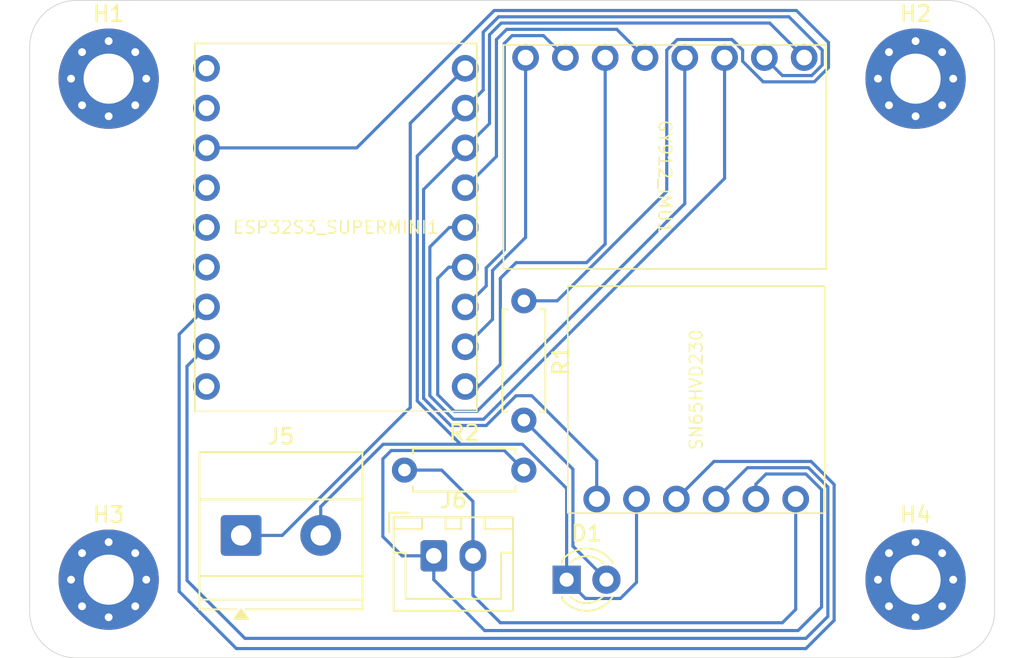
<source format=kicad_pcb>
(kicad_pcb (version 20241229) (generator "pcbnew") (generator_version "9.0")
  (layers (0 "F.Cu" signal) (2 "B.Cu" signal) (13 "F.Paste" user) (15 "B.Paste" user) (5 "F.SilkS" user "F.Silkscreen") (7 "B.SilkS" user "B.Silkscreen") (1 "F.Mask" user) (3 "B.Mask" user) (25 "Edge.Cuts" user))
  (net 0 "")
  (net 1 "Net-(D1-A)")
  (net 2 "GND")
  (net 3 "SPI_MISO")
  (net 4 "+3V3")
  (net 5 "CS_BARO")
  (net 6 "CS_ACCEL")
  (net 7 "SPI_MOSI")
  (net 8 "IMU_INT")
  (net 9 "SPI_SCK")
  (net 10 "+5V")
  (net 17 "BUS_CAN_L")
  (net 18 "BUS_CAN_H")
  (net 19 "CAN_TX")
  (net 20 "CAN_RX")
  (net 21 "Net-(ESP32S3_SUPERMINI1-GP1)")
  (footprint "TerminalBlock_Phoenix:TerminalBlock_Phoenix_MKDS-1,5-2-5.08_1x02_P5.08mm_Horizontal" (layer "F.Cu") (at 128.455 104.4225)
    (property "Reference" "J5" (at 2.54 -6.32 0) (layer "F.SilkS"))
    (property "Value" "Conn_01x02")
    (fp_line (start -2.66 -5.32) (end 7.74 -5.32) (stroke (width 0.12)) (layer "F.SilkS"))
    (fp_line (start -2.66 -2.3) (end 7.74 -2.3) (stroke (width 0.12)) (layer "F.SilkS"))
    (fp_line (start -2.66 2.6) (end 7.74 2.6) (stroke (width 0.12)) (layer "F.SilkS"))
    (fp_line (start -2.66 4.1) (end 7.74 4.1) (stroke (width 0.12)) (layer "F.SilkS"))
    (fp_line (start -2.66 4.72) (end -2.66 -5.32) (stroke (width 0.12)) (layer "F.SilkS"))
    (fp_line (start -0.3 4.72) (end -2.66 4.72) (stroke (width 0.12)) (layer "F.SilkS"))
    (fp_line (start 7.74 -5.32) (end 7.74 4.72) (stroke (width 0.12)) (layer "F.SilkS"))
    (fp_line (start 7.74 4.72) (end 0.3 4.72) (stroke (width 0.12)) (layer "F.SilkS"))
    (fp_poly (pts (xy 0 4.72) (xy 0.44 5.33) (xy -0.44 5.33)) (stroke (width 0.12)) (fill yes) (layer "F.SilkS"))
    (pad "1" thru_hole roundrect (at 0 0) (size 2.6 2.6) (drill 1.3) (layers "*.Cu" "*.Mask") (roundrect_rratio 0.096154) (net 10 "+5V"))
    (pad "2" thru_hole circle (at 5.08 0) (size 2.6 2.6) (drill 1.3) (layers "*.Cu" "*.Mask") (net 2 "GND"))
  )
  (footprint "MountingHole:MountingHole_3.2mm_M3_Pad_Via" (layer "F.Cu") (at 171.5 75.25)
    (property "Reference" "H2" (at 0 -4.15 0) (layer "F.SilkS"))
    (property "Value" "MountingHole_Pad")
    (pad "1" thru_hole circle (at -2.4 0) (size 0.8 0.8) (drill 0.5) (layers "*.Cu" "*.Mask") (net 2 "GND"))
    (pad "1" thru_hole circle (at -1.697056 -1.697056) (size 0.8 0.8) (drill 0.5) (layers "*.Cu" "*.Mask") (net 2 "GND"))
    (pad "1" thru_hole circle (at -1.697056 1.697056) (size 0.8 0.8) (drill 0.5) (layers "*.Cu" "*.Mask") (net 2 "GND"))
    (pad "1" thru_hole circle (at 0 -2.4) (size 0.8 0.8) (drill 0.5) (layers "*.Cu" "*.Mask") (net 2 "GND"))
    (pad "1" thru_hole circle (at 0 0) (size 6.4 6.4) (drill 3.2) (layers "*.Cu" "*.Mask") (net 2 "GND"))
    (pad "1" thru_hole circle (at 0 2.4) (size 0.8 0.8) (drill 0.5) (layers "*.Cu" "*.Mask") (net 2 "GND"))
    (pad "1" thru_hole circle (at 1.697056 -1.697056) (size 0.8 0.8) (drill 0.5) (layers "*.Cu" "*.Mask") (net 2 "GND"))
    (pad "1" thru_hole circle (at 1.697056 1.697056) (size 0.8 0.8) (drill 0.5) (layers "*.Cu" "*.Mask") (net 2 "GND"))
    (pad "1" thru_hole circle (at 2.4 0) (size 0.8 0.8) (drill 0.5) (layers "*.Cu" "*.Mask") (net 2 "GND"))
  )
  (footprint "LED_THT:LED_D3.0mm" (layer "F.Cu") (at 149.23 107.25)
    (property "Reference" "D1" (at 1.27 -2.96 0) (layer "F.SilkS"))
    (property "Value" "LED")
    (fp_line (start -0.29 -1.236) (end -0.29 -1.08) (stroke (width 0.12)) (layer "F.SilkS"))
    (fp_line (start -0.29 1.08) (end -0.29 1.236) (stroke (width 0.12)) (layer "F.SilkS"))
    (fp_arc (start -0.29 -1.235516) (mid 1.36566 -1.987699) (end 2.941437 -1.08) (stroke (width 0.12)) (layer "F.SilkS"))
    (fp_arc (start 0.229039 -1.08) (mid 1.27 -1.5) (end 2.310961 -1.08) (stroke (width 0.12)) (layer "F.SilkS"))
    (fp_arc (start 2.310961 1.08) (mid 1.27 1.5) (end 0.229039 1.08) (stroke (width 0.12)) (layer "F.SilkS"))
    (fp_arc (start 2.941437 1.08) (mid 1.36566 1.987699) (end -0.29 1.235516) (stroke (width 0.12)) (layer "F.SilkS"))
    (pad "1" thru_hole rect (at 0 0) (size 1.8 1.8) (drill 0.9) (layers "*.Cu" "*.Mask") (net 2 "GND"))
    (pad "2" thru_hole circle (at 2.54 0) (size 1.8 1.8) (drill 0.9) (layers "*.Cu" "*.Mask") (net 1 "Net-(D1-A)"))
  )
  (footprint "MountingHole:MountingHole_3.2mm_M3_Pad_Via" (layer "F.Cu") (at 120 75.25)
    (property "Reference" "H1" (at 0 -4.15 0) (layer "F.SilkS"))
    (property "Value" "MountingHole_Pad")
    (pad "1" thru_hole circle (at -2.4 0) (size 0.8 0.8) (drill 0.5) (layers "*.Cu" "*.Mask") (net 2 "GND"))
    (pad "1" thru_hole circle (at -1.697056 -1.697056) (size 0.8 0.8) (drill 0.5) (layers "*.Cu" "*.Mask") (net 2 "GND"))
    (pad "1" thru_hole circle (at -1.697056 1.697056) (size 0.8 0.8) (drill 0.5) (layers "*.Cu" "*.Mask") (net 2 "GND"))
    (pad "1" thru_hole circle (at 0 -2.4) (size 0.8 0.8) (drill 0.5) (layers "*.Cu" "*.Mask") (net 2 "GND"))
    (pad "1" thru_hole circle (at 0 0) (size 6.4 6.4) (drill 3.2) (layers "*.Cu" "*.Mask") (net 2 "GND"))
    (pad "1" thru_hole circle (at 0 2.4) (size 0.8 0.8) (drill 0.5) (layers "*.Cu" "*.Mask") (net 2 "GND"))
    (pad "1" thru_hole circle (at 1.697056 -1.697056) (size 0.8 0.8) (drill 0.5) (layers "*.Cu" "*.Mask") (net 2 "GND"))
    (pad "1" thru_hole circle (at 1.697056 1.697056) (size 0.8 0.8) (drill 0.5) (layers "*.Cu" "*.Mask") (net 2 "GND"))
    (pad "1" thru_hole circle (at 2.4 0) (size 0.8 0.8) (drill 0.5) (layers "*.Cu" "*.Mask") (net 2 "GND"))
  )
  (footprint "MountingHole:MountingHole_3.2mm_M3_Pad_Via" (layer "F.Cu") (at 120 107.25)
    (property "Reference" "H3" (at 0 -4.15 0) (layer "F.SilkS"))
    (property "Value" "MountingHole_Pad")
    (pad "1" thru_hole circle (at -2.4 0) (size 0.8 0.8) (drill 0.5) (layers "*.Cu" "*.Mask") (net 2 "GND"))
    (pad "1" thru_hole circle (at -1.697056 -1.697056) (size 0.8 0.8) (drill 0.5) (layers "*.Cu" "*.Mask") (net 2 "GND"))
    (pad "1" thru_hole circle (at -1.697056 1.697056) (size 0.8 0.8) (drill 0.5) (layers "*.Cu" "*.Mask") (net 2 "GND"))
    (pad "1" thru_hole circle (at 0 -2.4) (size 0.8 0.8) (drill 0.5) (layers "*.Cu" "*.Mask") (net 2 "GND"))
    (pad "1" thru_hole circle (at 0 0) (size 6.4 6.4) (drill 3.2) (layers "*.Cu" "*.Mask") (net 2 "GND"))
    (pad "1" thru_hole circle (at 0 2.4) (size 0.8 0.8) (drill 0.5) (layers "*.Cu" "*.Mask") (net 2 "GND"))
    (pad "1" thru_hole circle (at 1.697056 -1.697056) (size 0.8 0.8) (drill 0.5) (layers "*.Cu" "*.Mask") (net 2 "GND"))
    (pad "1" thru_hole circle (at 1.697056 1.697056) (size 0.8 0.8) (drill 0.5) (layers "*.Cu" "*.Mask") (net 2 "GND"))
    (pad "1" thru_hole circle (at 2.4 0) (size 0.8 0.8) (drill 0.5) (layers "*.Cu" "*.Mask") (net 2 "GND"))
  )
  (footprint "MountingHole:MountingHole_3.2mm_M3_Pad_Via" (layer "F.Cu") (at 171.5 107.25)
    (property "Reference" "H4" (at 0 -4.15 0) (layer "F.SilkS"))
    (property "Value" "MountingHole_Pad")
    (pad "1" thru_hole circle (at -2.4 0) (size 0.8 0.8) (drill 0.5) (layers "*.Cu" "*.Mask") (net 2 "GND"))
    (pad "1" thru_hole circle (at -1.697056 -1.697056) (size 0.8 0.8) (drill 0.5) (layers "*.Cu" "*.Mask") (net 2 "GND"))
    (pad "1" thru_hole circle (at -1.697056 1.697056) (size 0.8 0.8) (drill 0.5) (layers "*.Cu" "*.Mask") (net 2 "GND"))
    (pad "1" thru_hole circle (at 0 -2.4) (size 0.8 0.8) (drill 0.5) (layers "*.Cu" "*.Mask") (net 2 "GND"))
    (pad "1" thru_hole circle (at 0 0) (size 6.4 6.4) (drill 3.2) (layers "*.Cu" "*.Mask") (net 2 "GND"))
    (pad "1" thru_hole circle (at 0 2.4) (size 0.8 0.8) (drill 0.5) (layers "*.Cu" "*.Mask") (net 2 "GND"))
    (pad "1" thru_hole circle (at 1.697056 -1.697056) (size 0.8 0.8) (drill 0.5) (layers "*.Cu" "*.Mask") (net 2 "GND"))
    (pad "1" thru_hole circle (at 1.697056 1.697056) (size 0.8 0.8) (drill 0.5) (layers "*.Cu" "*.Mask") (net 2 "GND"))
    (pad "1" thru_hole circle (at 2.4 0) (size 0.8 0.8) (drill 0.5) (layers "*.Cu" "*.Mask") (net 2 "GND"))
  )
  (footprint "Resistor_THT:R_Axial_DIN0207_L6.3mm_D2.5mm_P7.62mm_Horizontal" (layer "F.Cu") (at 146.5 89.44 -90)
    (property "Reference" "R1" (at 3.81 -2.37 90) (layer "F.SilkS"))
    (property "Value" "330")
    (fp_line (start 0.54 1.37) (end 7.08 1.37) (stroke (width 0.12)) (layer "F.SilkS"))
    (fp_line (start 7.08 1.37) (end 7.08 1.04) (stroke (width 0.12)) (layer "F.SilkS"))
    (fp_line (start 0.54 1.04) (end 0.54 1.37) (stroke (width 0.12)) (layer "F.SilkS"))
    (fp_line (start 0.54 -1.04) (end 0.54 -1.37) (stroke (width 0.12)) (layer "F.SilkS"))
    (fp_line (start 0.54 -1.37) (end 7.08 -1.37) (stroke (width 0.12)) (layer "F.SilkS"))
    (fp_line (start 7.08 -1.37) (end 7.08 -1.04) (stroke (width 0.12)) (layer "F.SilkS"))
    (pad "1" thru_hole circle (at 0 0 270) (size 1.6 1.6) (drill 0.8) (layers "*.Cu" "*.Mask") (net 21 "Net-(ESP32S3_SUPERMINI1-GP1)"))
    (pad "2" thru_hole circle (at 7.62 0 270) (size 1.6 1.6) (drill 0.8) (layers "*.Cu" "*.Mask") (net 1 "Net-(D1-A)"))
  )
  (footprint "My_Parts:GY-912_IMU_Footprint" (layer "F.Cu") (at 155.5 80.25 -90)
    (property "Reference" "GY912_IMU1" (at 1.27 0 270) (layer "F.SilkS") (effects (font (size 0.8 0.8) (thickness 0.1))))
    (property "Value" "~" (hide yes))
    (fp_rect (start -7.15 -10.3) (end 7.15 10.3) (stroke (width 0.1)) (fill no) (layer "F.SilkS"))
    (pad "1" thru_hole circle (at -6.35 -8.89 270) (size 1.7 1.7) (drill 1) (layers "*.Cu" "*.Mask") (net 4 "+3V3"))
    (pad "2" thru_hole circle (at -6.35 -6.35 270) (size 1.7 1.7) (drill 1) (layers "*.Cu" "*.Mask") (net 2 "GND"))
    (pad "3" thru_hole circle (at -6.35 -3.81 270) (size 1.7 1.7) (drill 1) (layers "*.Cu" "*.Mask") (net 9 "SPI_SCK"))
    (pad "4" thru_hole circle (at -6.35 -1.27 270) (size 1.7 1.7) (drill 1) (layers "*.Cu" "*.Mask") (net 7 "SPI_MOSI"))
    (pad "5" thru_hole circle (at -6.35 1.27 270) (size 1.7 1.7) (drill 1) (layers "*.Cu" "*.Mask") (net 3 "SPI_MISO"))
    (pad "6" thru_hole circle (at -6.35 3.81 270) (size 1.7 1.7) (drill 1) (layers "*.Cu" "*.Mask") (net 8 "IMU_INT"))
    (pad "7" thru_hole circle (at -6.35 6.35 270) (size 1.7 1.7) (drill 1) (layers "*.Cu" "*.Mask") (net 6 "CS_ACCEL"))
    (pad "8" thru_hole circle (at -6.35 8.89 270) (size 1.7 1.7) (drill 1) (layers "*.Cu" "*.Mask") (net 5 "CS_BARO"))
  )
  (footprint "Resistor_THT:R_Axial_DIN0207_L6.3mm_D2.5mm_P7.62mm_Horizontal" (layer "F.Cu") (at 138.88 100.25)
    (property "Reference" "R2" (at 3.81 -2.37 0) (layer "F.SilkS"))
    (property "Value" "120")
    (fp_line (start 0.54 -1.37) (end 7.08 -1.37) (stroke (width 0.12)) (layer "F.SilkS"))
    (fp_line (start 0.54 -1.04) (end 0.54 -1.37) (stroke (width 0.12)) (layer "F.SilkS"))
    (fp_line (start 0.54 1.04) (end 0.54 1.37) (stroke (width 0.12)) (layer "F.SilkS"))
    (fp_line (start 0.54 1.37) (end 7.08 1.37) (stroke (width 0.12)) (layer "F.SilkS"))
    (fp_line (start 7.08 -1.37) (end 7.08 -1.04) (stroke (width 0.12)) (layer "F.SilkS"))
    (fp_line (start 7.08 1.37) (end 7.08 1.04) (stroke (width 0.12)) (layer "F.SilkS"))
    (pad "1" thru_hole circle (at 0 0) (size 1.6 1.6) (drill 0.8) (layers "*.Cu" "*.Mask") (net 17 "BUS_CAN_L"))
    (pad "2" thru_hole circle (at 7.62 0) (size 1.6 1.6) (drill 0.8) (layers "*.Cu" "*.Mask") (net 18 "BUS_CAN_H"))
  )
  (footprint "Connector_JST:JST_XH_B2B-XH-A_1x02_P2.50mm_Vertical" (layer "F.Cu") (at 140.75 105.725)
    (property "Reference" "J6" (at 1.25 -3.55 0) (layer "F.SilkS"))
    (property "Value" "Conn_01x02")
    (fp_line (start -2.85 -2.75) (end -2.85 -1.5) (stroke (width 0.12)) (layer "F.SilkS"))
    (fp_line (start -2.56 -2.46) (end -2.56 3.51) (stroke (width 0.12)) (layer "F.SilkS"))
    (fp_line (start -2.56 3.51) (end 5.06 3.51) (stroke (width 0.12)) (layer "F.SilkS"))
    (fp_line (start -2.55 -2.45) (end -2.55 -1.7) (stroke (width 0.12)) (layer "F.SilkS"))
    (fp_line (start -2.55 -1.7) (end -0.75 -1.7) (stroke (width 0.12)) (layer "F.SilkS"))
    (fp_line (start -2.55 -0.2) (end -1.8 -0.2) (stroke (width 0.12)) (layer "F.SilkS"))
    (fp_line (start -1.8 -0.2) (end -1.8 2.75) (stroke (width 0.12)) (layer "F.SilkS"))
    (fp_line (start -1.8 2.75) (end 1.25 2.75) (stroke (width 0.12)) (layer "F.SilkS"))
    (fp_line (start -1.6 -2.75) (end -2.85 -2.75) (stroke (width 0.12)) (layer "F.SilkS"))
    (fp_line (start -0.75 -2.45) (end -2.55 -2.45) (stroke (width 0.12)) (layer "F.SilkS"))
    (fp_line (start -0.75 -1.7) (end -0.75 -2.45) (stroke (width 0.12)) (layer "F.SilkS"))
    (fp_line (start 0.75 -2.45) (end 0.75 -1.7) (stroke (width 0.12)) (layer "F.SilkS"))
    (fp_line (start 0.75 -1.7) (end 1.75 -1.7) (stroke (width 0.12)) (layer "F.SilkS"))
    (fp_line (start 1.75 -2.45) (end 0.75 -2.45) (stroke (width 0.12)) (layer "F.SilkS"))
    (fp_line (start 1.75 -1.7) (end 1.75 -2.45) (stroke (width 0.12)) (layer "F.SilkS"))
    (fp_line (start 3.25 -2.45) (end 3.25 -1.7) (stroke (width 0.12)) (layer "F.SilkS"))
    (fp_line (start 3.25 -1.7) (end 5.05 -1.7) (stroke (width 0.12)) (layer "F.SilkS"))
    (fp_line (start 4.3 -0.2) (end 4.3 2.75) (stroke (width 0.12)) (layer "F.SilkS"))
    (fp_line (start 4.3 2.75) (end 1.25 2.75) (stroke (width 0.12)) (layer "F.SilkS"))
    (fp_line (start 5.05 -2.45) (end 3.25 -2.45) (stroke (width 0.12)) (layer "F.SilkS"))
    (fp_line (start 5.05 -1.7) (end 5.05 -2.45) (stroke (width 0.12)) (layer "F.SilkS"))
    (fp_line (start 5.05 -0.2) (end 4.3 -0.2) (stroke (width 0.12)) (layer "F.SilkS"))
    (fp_line (start 5.06 -2.46) (end -2.56 -2.46) (stroke (width 0.12)) (layer "F.SilkS"))
    (fp_line (start 5.06 3.51) (end 5.06 -2.46) (stroke (width 0.12)) (layer "F.SilkS"))
    (pad "1" thru_hole roundrect (at 0 0) (size 1.7 2) (drill 1) (layers "*.Cu" "*.Mask") (roundrect_rratio 0.147059) (net 18 "BUS_CAN_H"))
    (pad "2" thru_hole oval (at 2.5 0) (size 1.7 2) (drill 1) (layers "*.Cu" "*.Mask") (net 17 "BUS_CAN_L"))
  )
  (footprint "My_Parts:SN65HVD230_Module_Footprint" (layer "F.Cu") (at 157.5 95.75 90)
    (property "Reference" "SN65HVD230" (at 0.635 0 90) (layer "F.SilkS") (effects (font (size 0.8 0.8) (thickness 0.1))))
    (property "Value" "~" (hide yes))
    (fp_rect (start -7.25 -8.2) (end 7.25 8.2) (stroke (width 0.1)) (fill no) (layer "F.SilkS"))
    (pad "1" thru_hole circle (at -6.35 -6.35 90) (size 1.7 1.7) (drill 1) (layers "*.Cu" "*.Mask") (net 4 "+3V3"))
    (pad "2" thru_hole circle (at -6.35 -3.81 90) (size 1.7 1.7) (drill 1) (layers "*.Cu" "*.Mask") (net 2 "GND"))
    (pad "3" thru_hole circle (at -6.35 -1.27 90) (size 1.7 1.7) (drill 1) (layers "*.Cu" "*.Mask") (net 19 "CAN_TX"))
    (pad "4" thru_hole circle (at -6.35 1.27 90) (size 1.7 1.7) (drill 1) (layers "*.Cu" "*.Mask") (net 20 "CAN_RX"))
    (pad "5" thru_hole circle (at -6.35 3.81 90) (size 1.7 1.7) (drill 1) (layers "*.Cu" "*.Mask") (net 18 "BUS_CAN_H"))
    (pad "6" thru_hole circle (at -6.35 6.35 90) (size 1.7 1.7) (drill 1) (layers "*.Cu" "*.Mask") (net 17 "BUS_CAN_L"))
  )
  (footprint "My_Parts:ESP32_S3_SuperMini_Footprint" (layer "F.Cu") (at 134.5 84.75)
    (property "Reference" "ESP32S3_SUPERMINI1" (at 0 0 0) (layer "F.SilkS") (effects (font (size 0.8 0.8) (thickness 0.1))))
    (property "Value" "~" (hide yes))
    (fp_rect (start -9 -11.75) (end 9 11.75) (stroke (width 0.1)) (fill no) (layer "F.SilkS"))
    (pad "1" thru_hole circle (at -8.255 -10.16) (size 1.7 1.7) (drill 1) (layers "*.Cu" "*.Mask"))
    (pad "2" thru_hole circle (at -8.255 -7.62) (size 1.7 1.7) (drill 1) (layers "*.Cu" "*.Mask"))
    (pad "3" thru_hole circle (at -8.255 -5.08) (size 1.7 1.7) (drill 1) (layers "*.Cu" "*.Mask") (net 21 "Net-(ESP32S3_SUPERMINI1-GP1)"))
    (pad "4" thru_hole circle (at -8.255 -2.54) (size 1.7 1.7) (drill 1) (layers "*.Cu" "*.Mask"))
    (pad "5" thru_hole circle (at -8.255 0) (size 1.7 1.7) (drill 1) (layers "*.Cu" "*.Mask"))
    (pad "6" thru_hole circle (at -8.255 2.54) (size 1.7 1.7) (drill 1) (layers "*.Cu" "*.Mask"))
    (pad "7" thru_hole circle (at -8.255 5.08) (size 1.7 1.7) (drill 1) (layers "*.Cu" "*.Mask") (net 19 "CAN_TX"))
    (pad "8" thru_hole circle (at -8.255 7.62) (size 1.7 1.7) (drill 1) (layers "*.Cu" "*.Mask") (net 20 "CAN_RX"))
    (pad "9" thru_hole circle (at -8.255 10.16) (size 1.7 1.7) (drill 1) (layers "*.Cu" "*.Mask"))
    (pad "10" thru_hole circle (at 8.255 10.16) (size 1.7 1.7) (drill 1) (layers "*.Cu" "*.Mask") (net 8 "IMU_INT"))
    (pad "11" thru_hole circle (at 8.255 7.62) (size 1.7 1.7) (drill 1) (layers "*.Cu" "*.Mask") (net 5 "CS_BARO"))
    (pad "12" thru_hole circle (at 8.255 5.08) (size 1.7 1.7) (drill 1) (layers "*.Cu" "*.Mask") (net 6 "CS_ACCEL"))
    (pad "13" thru_hole circle (at 8.255 2.54) (size 1.7 1.7) (drill 1) (layers "*.Cu" "*.Mask") (net 7 "SPI_MOSI"))
    (pad "14" thru_hole circle (at 8.255 0) (size 1.7 1.7) (drill 1) (layers "*.Cu" "*.Mask") (net 9 "SPI_SCK"))
    (pad "15" thru_hole circle (at 8.255 -2.54) (size 1.7 1.7) (drill 1) (layers "*.Cu" "*.Mask") (net 3 "SPI_MISO"))
    (pad "16" thru_hole circle (at 8.255 -5.08) (size 1.7 1.7) (drill 1) (layers "*.Cu" "*.Mask") (net 4 "+3V3"))
    (pad "17" thru_hole circle (at 8.255 -7.62) (size 1.7 1.7) (drill 1) (layers "*.Cu" "*.Mask") (net 2 "GND"))
    (pad "18" thru_hole circle (at 8.255 -10.16) (size 1.7 1.7) (drill 1) (layers "*.Cu" "*.Mask") (net 10 "+5V"))
  )
  (gr_arc (start 117.956335 112.25) (mid 115.835015 111.37132) (end 114.956335 109.25) (stroke (width 0.05)) (layer "Edge.Cuts"))
  (gr_arc (start 114.956335 73.25) (mid 115.835015 71.12868) (end 117.956335 70.25) (stroke (width 0.05)) (layer "Edge.Cuts"))
  (gr_arc (start 176.543665 109.25) (mid 175.664983 111.371308) (end 173.543665 112.25) (stroke (width 0.05)) (layer "Edge.Cuts"))
  (gr_line (start 117.956335 70.25) (end 173.543665 70.25) (stroke (width 0.05)) (layer "Edge.Cuts"))
  (gr_arc (start 173.543665 70.25) (mid 175.664985 71.12868) (end 176.543665 73.25) (stroke (width 0.05)) (layer "Edge.Cuts"))
  (gr_line (start 114.956335 109.25) (end 114.956335 73.25) (stroke (width 0.05)) (layer "Edge.Cuts"))
  (gr_line (start 176.543665 73.25) (end 176.543665 109.25) (stroke (width 0.05)) (layer "Edge.Cuts"))
  (gr_line (start 173.543665 112.25) (end 117.956335 112.25) (stroke (width 0.05)) (layer "Edge.Cuts"))
  (segment (start 149.631 100.191) (end 146.5 97.06) (width 0.2) (layer "B.Cu") (net 1))
  (segment (start 149.631 105.111) (end 149.631 100.191) (width 0.2) (layer "B.Cu") (net 1))
  (segment (start 151.77 107.25) (end 149.631 105.111) (width 0.2) (layer "B.Cu") (net 1))
  (segment (start 149.23 107.25) (end 149.23 101.42295) (width 0.2) (layer "B.Cu") (net 2))
  (segment (start 142.4648 98.599) (end 139.698 95.8322) (width 0.2) (layer "B.Cu") (net 2))
  (segment (start 139.698 95.8322) (end 139.698 80.187) (width 0.2) (layer "B.Cu") (net 2))
  (segment (start 165.541 74.37676) (end 165.541 73.42324) (width 0.2) (layer "B.Cu") (net 2))
  (segment (start 153.69 107.419236) (end 152.658236 108.451) (width 0.2) (layer "B.Cu") (net 2))
  (segment (start 133.535 102.584023) (end 133.535 104.4225) (width 0.2) (layer "B.Cu") (net 2))
  (segment (start 161.85 73.9) (end 163.001 75.051) (width 0.2) (layer "B.Cu") (net 2))
  (segment (start 165.541 73.42324) (end 163.41476 71.297) (width 0.2) (layer "B.Cu") (net 2))
  (segment (start 149.23 101.42295) (end 146.40605 98.599) (width 0.2) (layer "B.Cu") (net 2))
  (segment (start 139.698 80.187) (end 142.755 77.13) (width 0.2) (layer "B.Cu") (net 2))
  (segment (start 150.431 108.451) (end 149.23 107.25) (width 0.2) (layer "B.Cu") (net 2))
  (segment (start 143.906 75.979) (end 142.755 77.13) (width 0.2) (layer "B.Cu") (net 2))
  (segment (start 163.41476 71.297) (end 144.8859 71.297) (width 0.2) (layer "B.Cu") (net 2))
  (segment (start 163.001 75.051) (end 164.86676 75.051) (width 0.2) (layer "B.Cu") (net 2))
  (segment (start 137.520023 98.599) (end 133.535 102.584023) (width 0.2) (layer "B.Cu") (net 2))
  (segment (start 143.906 72.2769) (end 143.906 75.979) (width 0.2) (layer "B.Cu") (net 2))
  (segment (start 142.5 98.599) (end 137.520023 98.599) (width 0.2) (layer "B.Cu") (net 2))
  (segment (start 144.8859 71.297) (end 143.906 72.2769) (width 0.2) (layer "B.Cu") (net 2))
  (segment (start 153.69 102.1) (end 153.69 107.419236) (width 0.2) (layer "B.Cu") (net 2))
  (segment (start 142.5 98.599) (end 142.4648 98.599) (width 0.2) (layer "B.Cu") (net 2))
  (segment (start 164.86676 75.051) (end 165.541 74.37676) (width 0.2) (layer "B.Cu") (net 2))
  (segment (start 146.40605 98.599) (end 142.5 98.599) (width 0.2) (layer "B.Cu") (net 2))
  (segment (start 152.658236 108.451) (end 150.431 108.451) (width 0.2) (layer "B.Cu") (net 2))
  (segment (start 144.75 80.215) (end 142.755 82.21) (width 0.2) (layer "B.Cu") (net 3))
  (segment (start 154.23 73.9) (end 152.429 72.099) (width 0.2) (layer "B.Cu") (net 3))
  (segment (start 152.429 72.099) (end 145.401 72.099) (width 0.2) (layer "B.Cu") (net 3))
  (segment (start 145.401 72.099) (end 144.75 72.75) (width 0.2) (layer "B.Cu") (net 3))
  (segment (start 144.75 72.75) (end 144.75 80.215) (width 0.2) (layer "B.Cu") (net 3))
  (segment (start 162.188 71.698) (end 164.39 73.9) (width 0.2) (layer "B.Cu") (net 4))
  (segment (start 140.099 82.326) (end 142.755 79.67) (width 0.2) (layer "B.Cu") (net 4))
  (segment (start 144.307 78.118) (end 144.307 72.443) (width 0.2) (layer "B.Cu") (net 4))
  (segment (start 142.755 79.67) (end 144.307 78.118) (width 0.2) (layer "B.Cu") (net 4))
  (segment (start 144.099 97.401) (end 141.8339 97.401) (width 0.2) (layer "B.Cu") (net 4))
  (segment (start 140.099 95.6661) (end 140.099 82.326) (width 0.2) (layer "B.Cu") (net 4))
  (segment (start 145.052 71.698) (end 162.188 71.698) (width 0.2) (layer "B.Cu") (net 4))
  (segment (start 146 95.5) (end 144.099 97.401) (width 0.2) (layer "B.Cu") (net 4))
  (segment (start 144.307 72.443) (end 145.052 71.698) (width 0.2) (layer "B.Cu") (net 4))
  (segment (start 151.15 99.65) (end 147 95.5) (width 0.2) (layer "B.Cu") (net 4))
  (segment (start 141.8339 97.401) (end 140.099 95.6661) (width 0.2) (layer "B.Cu") (net 4))
  (segment (start 151.15 102.1) (end 151.15 99.65) (width 0.2) (layer "B.Cu") (net 4))
  (segment (start 147 95.5) (end 146 95.5) (width 0.2) (layer "B.Cu") (net 4))
  (segment (start 144.5 90.625) (end 142.755 92.37) (width 0.2) (layer "B.Cu") (net 5))
  (segment (start 146.61 85.39) (end 144.5 87.5) (width 0.2) (layer "B.Cu") (net 5))
  (segment (start 144.5 87.5) (end 144.5 90.625) (width 0.2) (layer "B.Cu") (net 5))
  (segment (start 146.61 73.9) (end 146.61 85.39) (width 0.2) (layer "B.Cu") (net 5))
  (segment (start 145.25 86.1829) (end 144.099 87.3339) (width 0.2) (layer "B.Cu") (net 6))
  (segment (start 145.75 72.5) (end 145.25 73) (width 0.2) (layer "B.Cu") (net 6))
  (segment (start 144.099 87.3339) (end 144.099 88.486) (width 0.2) (layer "B.Cu") (net 6))
  (segment (start 145.25 73) (end 145.25 86.1829) (width 0.2) (layer "B.Cu") (net 6))
  (segment (start 149.15 73.9) (end 147.75 72.5) (width 0.2) (layer "B.Cu") (net 6))
  (segment (start 144.099 88.486) (end 142.755 89.83) (width 0.2) (layer "B.Cu") (net 6))
  (segment (start 147.75 72.5) (end 145.75 72.5) (width 0.2) (layer "B.Cu") (net 6))
  (segment (start 141 88) (end 141.71 87.29) (width 0.2) (layer "B.Cu") (net 7))
  (segment (start 142.0671 96.5) (end 141 95.4329) (width 0.2) (layer "B.Cu") (net 7))
  (segment (start 141 95.4329) (end 141 88) (width 0.2) (layer "B.Cu") (net 7))
  (segment (start 156.77 73.9) (end 156.77 83.23) (width 0.2) (layer "B.Cu") (net 7))
  (segment (start 156.77 83.23) (end 143.5 96.5) (width 0.2) (layer "B.Cu") (net 7))
  (segment (start 141.71 87.29) (end 142.755 87.29) (width 0.2) (layer "B.Cu") (net 7))
  (segment (start 143.5 96.5) (end 142.0671 96.5) (width 0.2) (layer "B.Cu") (net 7))
  (segment (start 145 93.5) (end 145 88) (width 0.2) (layer "B.Cu") (net 8))
  (segment (start 145 88) (end 146 87) (width 0.2) (layer "B.Cu") (net 8))
  (segment (start 142.755 94.91) (end 143.59 94.91) (width 0.2) (layer "B.Cu") (net 8))
  (segment (start 143.59 94.91) (end 145 93.5) (width 0.2) (layer "B.Cu") (net 8))
  (segment (start 150.5 87) (end 151.69 85.81) (width 0.2) (layer "B.Cu") (net 8))
  (segment (start 146 87) (end 150.5 87) (width 0.2) (layer "B.Cu") (net 8))
  (segment (start 151.69 85.81) (end 151.69 73.9) (width 0.2) (layer "B.Cu") (net 8))
  (segment (start 159.31 73.9) (end 159.31 81.61993) (width 0.2) (layer "B.Cu") (net 9))
  (segment (start 142 97) (end 140.5 95.5) (width 0.2) (layer "B.Cu") (net 9))
  (segment (start 140.5 95.5) (end 140.5 86) (width 0.2) (layer "B.Cu") (net 9))
  (segment (start 143.92993 97) (end 142 97) (width 0.2) (layer "B.Cu") (net 9))
  (segment (start 140.5 86) (end 141.75 84.75) (width 0.2) (layer "B.Cu") (net 9))
  (segment (start 141.75 84.75) (end 142.755 84.75) (width 0.2) (layer "B.Cu") (net 9))
  (segment (start 159.31 81.61993) (end 143.92993 97) (width 0.2) (layer "B.Cu") (net 9))
  (segment (start 139.25 78.095) (end 139.25 96.25) (width 0.2) (layer "B.Cu") (net 10))
  (segment (start 139.25 96.25) (end 131.0775 104.4225) (width 0.2) (layer "B.Cu") (net 10))
  (segment (start 131.0775 104.4225) (end 128.455 104.4225) (width 0.2) (layer "B.Cu") (net 10))
  (segment (start 142.755 74.59) (end 139.25 78.095) (width 0.2) (layer "B.Cu") (net 10))
  (segment (start 143.25 105.725) (end 143.25 102.25) (width 0.2) (layer "B.Cu") (net 17))
  (segment (start 163 110) (end 145 110) (width 0.2) (layer "B.Cu") (net 17))
  (segment (start 143.25 108.25) (end 143.25 105.725) (width 0.2) (layer "B.Cu") (net 17))
  (segment (start 141.25 100.25) (end 138.88 100.25) (width 0.2) (layer "B.Cu") (net 17))
  (segment (start 163.85 102.1) (end 163.85 109.15) (width 0.2) (layer "B.Cu") (net 17))
  (segment (start 163.85 109.15) (end 163 110) (width 0.2) (layer "B.Cu") (net 17))
  (segment (start 143.25 102.25) (end 141.25 100.25) (width 0.2) (layer "B.Cu") (net 17))
  (segment (start 145 110) (end 143.25 108.25) (width 0.2) (layer "B.Cu") (net 17))
  (segment (start 161.31 101.145) (end 161.955 100.5) (width 0.2) (layer "B.Cu") (net 18))
  (segment (start 138.036475 99) (end 145.25 99) (width 0.2) (layer "B.Cu") (net 18))
  (segment (start 144 110.5) (end 140.75 107.25) (width 0.2) (layer "B.Cu") (net 18))
  (segment (start 138.725 105.725) (end 137.5 104.5) (width 0.2) (layer "B.Cu") (net 18))
  (segment (start 137.5 99.536475) (end 138.036475 99) (width 0.2) (layer "B.Cu") (net 18))
  (segment (start 137.5 104.5) (end 137.5 99.536475) (width 0.2) (layer "B.Cu") (net 18))
  (segment (start 161.955 100.5) (end 164.5 100.5) (width 0.2) (layer "B.Cu") (net 18))
  (segment (start 145.25 99) (end 146.5 100.25) (width 0.2) (layer "B.Cu") (net 18))
  (segment (start 165.5 109) (end 164 110.5) (width 0.2) (layer "B.Cu") (net 18))
  (segment (start 164.5 100.5) (end 165.5 101.5) (width 0.2) (layer "B.Cu") (net 18))
  (segment (start 164 110.5) (end 144 110.5) (width 0.2) (layer "B.Cu") (net 18))
  (segment (start 161.31 102.1) (end 161.31 101.145) (width 0.2) (layer "B.Cu") (net 18))
  (segment (start 140.75 107.25) (end 140.75 105.725) (width 0.2) (layer "B.Cu") (net 18))
  (segment (start 165.5 101.5) (end 165.5 109) (width 0.2) (layer "B.Cu") (net 18))
  (segment (start 140.75 105.725) (end 138.725 105.725) (width 0.2) (layer "B.Cu") (net 18))
  (segment (start 166.302 101.1678) (end 166.302 109.847) (width 0.2) (layer "B.Cu") (net 19))
  (segment (start 128.149 111.649) (end 124.5 108) (width 0.2) (layer "B.Cu") (net 19))
  (segment (start 124.5 108) (end 124.5 91.575) (width 0.2) (layer "B.Cu") (net 19))
  (segment (start 158.632 99.698) (end 164.8322 99.698) (width 0.2) (layer "B.Cu") (net 19))
  (segment (start 164.5 111.649) (end 128.149 111.649) (width 0.2) (layer "B.Cu") (net 19))
  (segment (start 164.8322 99.698) (end 166.302 101.1678) (width 0.2) (layer "B.Cu") (net 19))
  (segment (start 124.5 91.575) (end 126.245 89.83) (width 0.2) (layer "B.Cu") (net 19))
  (segment (start 156.23 102.1) (end 158.632 99.698) (width 0.2) (layer "B.Cu") (net 19))
  (segment (start 166.302 109.847) (end 164.5 111.649) (width 0.2) (layer "B.Cu") (net 19))
  (segment (start 128.701162 111) (end 125 107.298838) (width 0.2) (layer "B.Cu") (net 20))
  (segment (start 160.771 100.099) (end 164.6661 100.099) (width 0.2) (layer "B.Cu") (net 20))
  (segment (start 165.901 109.599) (end 164.5 111) (width 0.2) (layer "B.Cu") (net 20))
  (segment (start 125 93.615) (end 126.245 92.37) (width 0.2) (layer "B.Cu") (net 20))
  (segment (start 125 107.298838) (end 125 93.615) (width 0.2) (layer "B.Cu") (net 20))
  (segment (start 165.901 101.3339) (end 165.901 109.599) (width 0.2) (layer "B.Cu") (net 20))
  (segment (start 164.5 111) (end 128.701162 111) (width 0.2) (layer "B.Cu") (net 20))
  (segment (start 158.77 102.1) (end 160.771 100.099) (width 0.2) (layer "B.Cu") (net 20))
  (segment (start 164.6661 100.099) (end 165.901 101.3339) (width 0.2) (layer "B.Cu") (net 20))
  (segment (start 165.942 72.942) (end 163.896 70.896) (width 0.2) (layer "B.Cu") (net 21))
  (segment (start 155.619 82.4481) (end 155.619 73.42324) (width 0.2) (layer "B.Cu") (net 21))
  (segment (start 156.29324 72.749) (end 159.78676 72.749) (width 0.2) (layer "B.Cu") (net 21))
  (segment (start 146.5 89.44) (end 148.6271 89.44) (width 0.2) (layer "B.Cu") (net 21))
  (segment (start 144.604 70.896) (end 135.83 79.67) (width 0.2) (layer "B.Cu") (net 21))
  (segment (start 161.77424 75.452) (end 165.03286 75.452) (width 0.2) (layer "B.Cu") (net 21))
  (segment (start 165.942 74.54286) (end 165.942 72.942) (width 0.2) (layer "B.Cu") (net 21))
  (segment (start 160.461 74.13876) (end 161.77424 75.452) (width 0.2) (layer "B.Cu") (net 21))
  (segment (start 159.78676 72.749) (end 160.461 73.42324) (width 0.2) (layer "B.Cu") (net 21))
  (segment (start 165.03286 75.452) (end 165.942 74.54286) (width 0.2) (layer "B.Cu") (net 21))
  (segment (start 155.619 73.42324) (end 156.29324 72.749) (width 0.2) (layer "B.Cu") (net 21))
  (segment (start 148.6271 89.44) (end 155.619 82.4481) (width 0.2) (layer "B.Cu") (net 21))
  (segment (start 135.83 79.67) (end 126.245 79.67) (width 0.2) (layer "B.Cu") (net 21))
  (segment (start 163.896 70.896) (end 144.604 70.896) (width 0.2) (layer "B.Cu") (net 21))
  (segment (start 160.461 73.42324) (end 160.461 74.13876) (width 0.2) (layer "B.Cu") (net 21))
)
</source>
